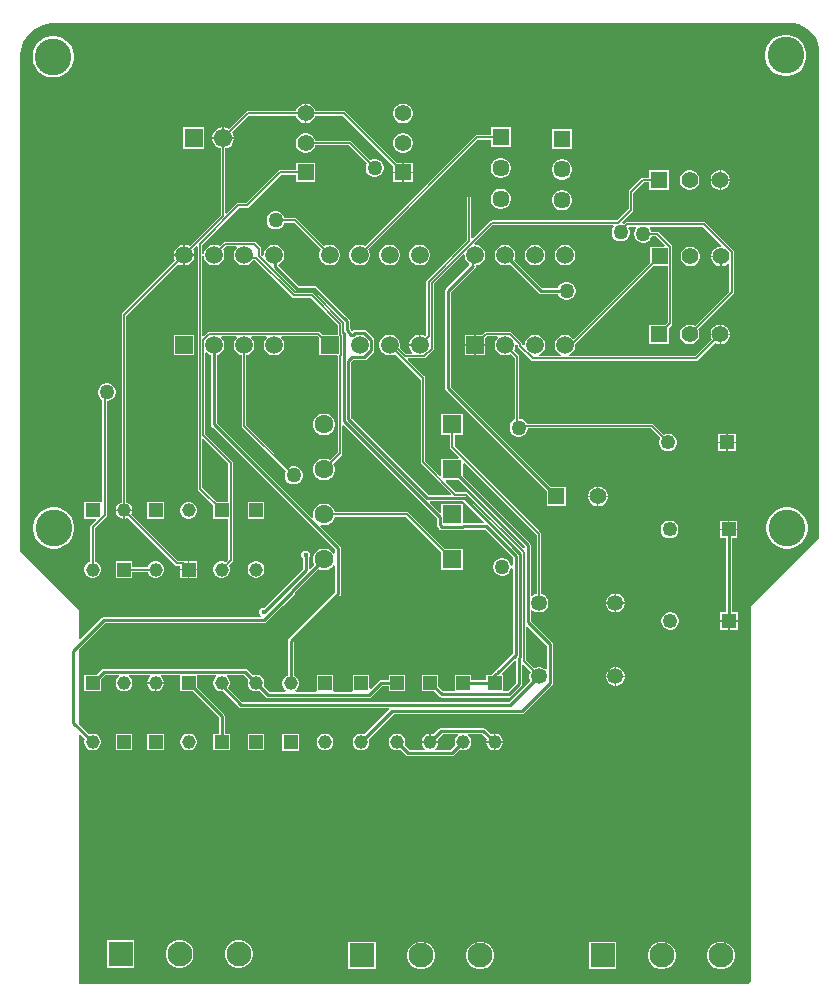
<source format=gbl>
G04*
G04 #@! TF.GenerationSoftware,Altium Limited,Altium Designer,22.1.2 (22)*
G04*
G04 Layer_Physical_Order=2*
G04 Layer_Color=16711680*
%FSLAX25Y25*%
%MOIN*%
G70*
G04*
G04 #@! TF.SameCoordinates,46FB2184-AB63-4EF3-BAF8-E11F062B861E*
G04*
G04*
G04 #@! TF.FilePolarity,Positive*
G04*
G01*
G75*
%ADD14C,0.01000*%
%ADD17R,0.04528X0.04528*%
%ADD18C,0.04528*%
%ADD21C,0.05709*%
%ADD22R,0.05709X0.05709*%
%ADD24C,0.06299*%
%ADD25R,0.06299X0.06299*%
%ADD30C,0.06102*%
%ADD31R,0.06102X0.06102*%
%ADD33C,0.05512*%
%ADD34R,0.05512X0.05512*%
%ADD38C,0.00500*%
%ADD39C,0.05906*%
%ADD40R,0.05906X0.05906*%
%ADD41R,0.05512X0.05512*%
%ADD42R,0.04921X0.04921*%
%ADD43C,0.04921*%
%ADD44R,0.08268X0.08268*%
%ADD45C,0.08268*%
%ADD46C,0.05315*%
%ADD47C,0.01500*%
%ADD48C,0.05000*%
%ADD49C,0.12205*%
G36*
X371053Y425837D02*
X372760Y425130D01*
X374296Y424103D01*
X375603Y422796D01*
X376630Y421260D01*
X377337Y419553D01*
X377697Y417741D01*
Y416817D01*
X377697Y280000D01*
Y254697D01*
X355000Y232000D01*
Y107000D01*
X354000Y106000D01*
X131000D01*
Y189062D01*
X131462Y189254D01*
X132949Y187767D01*
X132925Y187724D01*
X132736Y187021D01*
Y186294D01*
X132925Y185591D01*
X133288Y184960D01*
X133803Y184446D01*
X134433Y184082D01*
X135136Y183894D01*
X135864D01*
X136567Y184082D01*
X137197Y184446D01*
X137712Y184960D01*
X138075Y185591D01*
X138264Y186294D01*
Y187021D01*
X138075Y187724D01*
X137712Y188355D01*
X137197Y188869D01*
X136567Y189233D01*
X135864Y189421D01*
X135136D01*
X134433Y189233D01*
X134391Y189208D01*
X131000Y192599D01*
Y217558D01*
X139616Y226174D01*
X192500D01*
X192890Y226252D01*
X193221Y226473D01*
X197589Y230840D01*
X198854Y232106D01*
X202812Y236064D01*
X203033Y236394D01*
X203059Y236526D01*
X210833Y244301D01*
X211182Y244099D01*
X212110Y243850D01*
X213071D01*
X213999Y244099D01*
X214831Y244580D01*
X215511Y245259D01*
X215721Y245622D01*
X216221Y245488D01*
Y236575D01*
X210024Y230379D01*
X200779Y221134D01*
X200558Y220803D01*
X200480Y220413D01*
Y208773D01*
X200433Y208760D01*
X199803Y208397D01*
X199288Y207882D01*
X198925Y207252D01*
X198736Y206549D01*
Y205821D01*
X198925Y205118D01*
X199288Y204488D01*
X199803Y203974D01*
X199859Y203941D01*
X199725Y203441D01*
X194344D01*
X192551Y205233D01*
X192575Y205276D01*
X192764Y205979D01*
Y206706D01*
X192575Y207409D01*
X192212Y208039D01*
X191697Y208554D01*
X191067Y208918D01*
X190364Y209106D01*
X189636D01*
X188933Y208918D01*
X188891Y208893D01*
X186957Y210827D01*
X186626Y211048D01*
X186236Y211126D01*
X139264D01*
X138874Y211048D01*
X138543Y210827D01*
X136822Y209106D01*
X132736D01*
Y203579D01*
X138264D01*
Y207664D01*
X139686Y209087D01*
X144226D01*
X144360Y208587D01*
X144303Y208554D01*
X143788Y208039D01*
X143425Y207409D01*
X143236Y206706D01*
Y205979D01*
X143425Y205276D01*
X143788Y204645D01*
X144303Y204131D01*
X144933Y203767D01*
X145636Y203579D01*
X146364D01*
X147067Y203767D01*
X147697Y204131D01*
X148212Y204645D01*
X148575Y205276D01*
X148764Y205979D01*
Y206706D01*
X148575Y207409D01*
X148212Y208039D01*
X147697Y208554D01*
X147641Y208587D01*
X147775Y209087D01*
X154726D01*
X154859Y208587D01*
X154803Y208554D01*
X154288Y208039D01*
X153925Y207409D01*
X153736Y206706D01*
Y206592D01*
X156500D01*
X159264D01*
Y206706D01*
X159075Y207409D01*
X158712Y208039D01*
X158197Y208554D01*
X158141Y208587D01*
X158274Y209087D01*
X164736D01*
Y203579D01*
X168822D01*
X177480Y194920D01*
Y189421D01*
X175736D01*
Y183894D01*
X181264D01*
Y189421D01*
X179520D01*
Y195343D01*
X179442Y195733D01*
X179221Y196063D01*
X170264Y205021D01*
Y209087D01*
X176725D01*
X176859Y208587D01*
X176803Y208554D01*
X176288Y208039D01*
X175925Y207409D01*
X175736Y206706D01*
Y205979D01*
X175925Y205276D01*
X176288Y204645D01*
X176803Y204131D01*
X177433Y203767D01*
X178136Y203579D01*
X178864D01*
X178955Y203603D01*
X184279Y198279D01*
X184610Y198058D01*
X185000Y197980D01*
X234174D01*
X234381Y197480D01*
X226109Y189208D01*
X226067Y189233D01*
X225364Y189421D01*
X224636D01*
X223933Y189233D01*
X223303Y188869D01*
X222788Y188355D01*
X222425Y187724D01*
X222236Y187021D01*
Y186294D01*
X222425Y185591D01*
X222788Y184960D01*
X223303Y184446D01*
X223933Y184082D01*
X224636Y183894D01*
X225364D01*
X226067Y184082D01*
X226697Y184446D01*
X227212Y184960D01*
X227575Y185591D01*
X227764Y186294D01*
Y187021D01*
X227575Y187724D01*
X227551Y187767D01*
X235820Y196036D01*
X278679D01*
X279069Y196113D01*
X279400Y196334D01*
X288622Y205557D01*
X288844Y205888D01*
X288921Y206278D01*
Y219170D01*
X288844Y219560D01*
X288622Y219891D01*
X281520Y226994D01*
Y230552D01*
X282020Y230759D01*
X282305Y230473D01*
X283025Y230058D01*
X283828Y229842D01*
X284660D01*
X285463Y230058D01*
X286183Y230473D01*
X286588Y230879D01*
X286771Y231061D01*
X287186Y231781D01*
X287402Y232584D01*
Y232896D01*
D01*
Y233416D01*
X287186Y234219D01*
X286771Y234939D01*
X286183Y235527D01*
X285463Y235942D01*
X285009Y236064D01*
Y256025D01*
X284951Y256318D01*
X284785Y256566D01*
X256174Y285177D01*
Y288850D01*
X259059D01*
Y296150D01*
X251760D01*
Y288850D01*
X254645D01*
Y284860D01*
X254703Y284567D01*
X254869Y284319D01*
X257576Y281611D01*
X257385Y281150D01*
X251760D01*
Y275524D01*
X251298Y275333D01*
X246472Y280159D01*
Y307957D01*
X246414Y308250D01*
X246248Y308498D01*
X246000Y308664D01*
X245898Y308684D01*
X240511Y314071D01*
X240702Y314532D01*
X246034D01*
X246326Y314591D01*
X246574Y314756D01*
X249041Y317223D01*
X249207Y317471D01*
X249265Y317764D01*
Y339420D01*
X259047Y349202D01*
X259547Y348995D01*
Y348545D01*
X259783Y347667D01*
X260237Y346880D01*
X260880Y346237D01*
X261050Y346139D01*
X261115Y345643D01*
X253279Y337807D01*
X253058Y337476D01*
X252980Y337086D01*
Y304610D01*
X253058Y304220D01*
X253279Y303889D01*
X286854Y270314D01*
Y265244D01*
X293366D01*
Y271756D01*
X288296D01*
X255020Y305033D01*
Y336664D01*
X262932Y344576D01*
X263153Y344907D01*
X263231Y345297D01*
X263436Y345547D01*
X263455D01*
X264333Y345782D01*
X265120Y346237D01*
X265763Y346880D01*
X266217Y347667D01*
X266453Y348545D01*
Y349455D01*
X266217Y350333D01*
X265763Y351120D01*
X265120Y351763D01*
X264333Y352218D01*
X263455Y352453D01*
X263005D01*
X262798Y352953D01*
X268830Y358985D01*
X309036D01*
X309243Y358485D01*
X309099Y358342D01*
X308704Y357658D01*
X308500Y356895D01*
Y356105D01*
X308704Y355342D01*
X309099Y354658D01*
X309658Y354099D01*
X310342Y353704D01*
X311105Y353500D01*
X311895D01*
X312658Y353704D01*
X313342Y354099D01*
X313901Y354658D01*
X314296Y355342D01*
X314500Y356105D01*
Y356895D01*
X314296Y357658D01*
X314107Y357985D01*
X314395Y358485D01*
X316536D01*
X316743Y357985D01*
X316599Y357842D01*
X316204Y357158D01*
X316000Y356395D01*
Y355605D01*
X316204Y354842D01*
X316599Y354158D01*
X317158Y353599D01*
X317842Y353204D01*
X318605Y353000D01*
X319395D01*
X320158Y353204D01*
X320842Y353599D01*
X321401Y354158D01*
X321796Y354842D01*
X321901Y355235D01*
X323283D01*
X326301Y352218D01*
X326109Y351756D01*
X321272D01*
Y346325D01*
X296031Y321085D01*
X295763Y321120D01*
X295120Y321763D01*
X294333Y322217D01*
X293455Y322453D01*
X292545D01*
X291667Y322217D01*
X290880Y321763D01*
X290237Y321120D01*
X289783Y320333D01*
X289547Y319455D01*
Y318545D01*
X289783Y317667D01*
X290237Y316880D01*
X290880Y316237D01*
X291667Y315782D01*
X291734Y315765D01*
X291668Y315265D01*
X284332D01*
X284266Y315765D01*
X284333Y315782D01*
X285120Y316237D01*
X285763Y316880D01*
X286217Y317667D01*
X286453Y318545D01*
Y319455D01*
X286217Y320333D01*
X285763Y321120D01*
X285120Y321763D01*
X284333Y322217D01*
X283455Y322453D01*
X282545D01*
X281667Y322217D01*
X280880Y321763D01*
X280237Y321120D01*
X279783Y320333D01*
X279547Y319455D01*
Y319117D01*
X279085Y318914D01*
X278765Y319168D01*
Y319236D01*
X278707Y319529D01*
X278541Y319777D01*
X275074Y323243D01*
X274826Y323409D01*
X274534Y323467D01*
X266703D01*
X266410Y323409D01*
X266162Y323243D01*
X265371Y322453D01*
X263250D01*
Y319250D01*
X266453D01*
Y321371D01*
X267020Y321938D01*
X270348D01*
X270555Y321438D01*
X270237Y321120D01*
X269782Y320333D01*
X269547Y319455D01*
Y318545D01*
X269782Y317667D01*
X270237Y316880D01*
X270880Y316237D01*
X271667Y315782D01*
X272545Y315547D01*
X273455D01*
X274333Y315782D01*
X274842Y316077D01*
X276235Y314683D01*
Y294206D01*
X275676Y293883D01*
X275117Y293324D01*
X274722Y292640D01*
X274518Y291877D01*
Y291087D01*
X274722Y290324D01*
X275117Y289640D01*
X275676Y289082D01*
X276360Y288687D01*
X277123Y288482D01*
X277913D01*
X278676Y288687D01*
X279360Y289082D01*
X279918Y289640D01*
X280313Y290324D01*
X280518Y291087D01*
Y291235D01*
X321498D01*
X324752Y287982D01*
X324556Y287643D01*
X324354Y286890D01*
Y286110D01*
X324556Y285357D01*
X324946Y284682D01*
X325497Y284131D01*
X326172Y283741D01*
X326925Y283539D01*
X327705D01*
X328458Y283741D01*
X329133Y284131D01*
X329684Y284682D01*
X330074Y285357D01*
X330276Y286110D01*
Y286890D01*
X330074Y287643D01*
X329684Y288318D01*
X329133Y288869D01*
X328458Y289259D01*
X327705Y289461D01*
X326925D01*
X326172Y289259D01*
X325833Y289063D01*
X322356Y292541D01*
X322108Y292706D01*
X321815Y292765D01*
X280241D01*
X279918Y293324D01*
X279360Y293883D01*
X278676Y294278D01*
X277913Y294482D01*
X277765D01*
Y315000D01*
X277707Y315293D01*
X277541Y315541D01*
X277541Y315541D01*
X275923Y317158D01*
X276218Y317667D01*
X276453Y318545D01*
Y318883D01*
X276915Y319086D01*
X277235Y318832D01*
Y318763D01*
X277293Y318471D01*
X277459Y318223D01*
X281723Y313959D01*
X281971Y313793D01*
X282263Y313735D01*
X336736D01*
X337029Y313793D01*
X337277Y313959D01*
X343038Y319721D01*
X343479Y319466D01*
X344308Y319244D01*
X344486D01*
Y322250D01*
X341480D01*
Y322071D01*
X341702Y321243D01*
X341957Y320802D01*
X336420Y315265D01*
X294332D01*
X294266Y315765D01*
X294333Y315782D01*
X295120Y316237D01*
X295763Y316880D01*
X296217Y317667D01*
X296453Y318545D01*
Y319393D01*
X296603Y319494D01*
X322353Y345244D01*
X327269D01*
Y326586D01*
X326438Y325756D01*
X321008D01*
Y319244D01*
X327520D01*
Y324675D01*
X328574Y325729D01*
X328740Y325977D01*
X328798Y326270D01*
X328798Y326270D01*
Y351567D01*
X328798Y351567D01*
X328740Y351859D01*
X328574Y352107D01*
X324141Y356541D01*
X323893Y356707D01*
X323600Y356765D01*
X321901D01*
X321796Y357158D01*
X321401Y357842D01*
X321257Y357985D01*
X321464Y358485D01*
X338891D01*
X345121Y352256D01*
X344914Y351756D01*
X344571D01*
X343743Y351534D01*
X343001Y351105D01*
X342395Y350499D01*
X341966Y349757D01*
X341744Y348929D01*
Y348750D01*
X345000D01*
Y348500D01*
X345250D01*
Y345244D01*
X345429D01*
X346257Y345466D01*
X346999Y345895D01*
X347241Y346137D01*
X347741Y345930D01*
Y336823D01*
X336198Y325279D01*
X335757Y325534D01*
X334929Y325756D01*
X334071D01*
X333243Y325534D01*
X332501Y325105D01*
X331895Y324499D01*
X331466Y323757D01*
X331244Y322929D01*
Y322071D01*
X331466Y321243D01*
X331895Y320501D01*
X332501Y319895D01*
X333243Y319466D01*
X334071Y319244D01*
X334929D01*
X335757Y319466D01*
X336499Y319895D01*
X337105Y320501D01*
X337534Y321243D01*
X337756Y322071D01*
Y322929D01*
X337534Y323757D01*
X337279Y324198D01*
X349047Y335965D01*
X349212Y336213D01*
X349271Y336506D01*
X349271Y336506D01*
Y349952D01*
X349212Y350245D01*
X349047Y350493D01*
X339749Y359791D01*
X339501Y359957D01*
X339208Y360015D01*
X313700D01*
X313407Y359957D01*
X313159Y359791D01*
X313159Y359791D01*
X312662Y359293D01*
X312658Y359296D01*
X312205Y359417D01*
X312056Y359975D01*
X315541Y363459D01*
X315706Y363707D01*
X315765Y364000D01*
X315765Y364000D01*
Y369683D01*
X319317Y373235D01*
X321008D01*
Y370744D01*
X327520D01*
Y377256D01*
X321008D01*
Y374765D01*
X319000D01*
X318707Y374707D01*
X318459Y374541D01*
X318459Y374541D01*
X314459Y370541D01*
X314294Y370293D01*
X314235Y370000D01*
Y364317D01*
X310433Y360515D01*
X268514D01*
X268513Y360515D01*
X268221Y360456D01*
X267973Y360291D01*
X262227Y354545D01*
X261765Y354736D01*
Y370500D01*
X261706Y370793D01*
X261541Y371041D01*
X261293Y371206D01*
X261000Y371265D01*
X260707Y371206D01*
X260459Y371041D01*
X260294Y370793D01*
X260235Y370500D01*
Y353967D01*
X246960Y340692D01*
X246794Y340444D01*
X246736Y340151D01*
Y322317D01*
X246342Y321923D01*
X245833Y322217D01*
X244955Y322453D01*
X244750D01*
Y319000D01*
X244500D01*
Y318750D01*
X241047D01*
Y318545D01*
X241283Y317667D01*
X241737Y316880D01*
X242055Y316562D01*
X241848Y316062D01*
X239934D01*
X237846Y318149D01*
X237953Y318545D01*
Y319455D01*
X237718Y320333D01*
X237263Y321120D01*
X236620Y321763D01*
X235833Y322217D01*
X234955Y322453D01*
X234045D01*
X233167Y322217D01*
X232380Y321763D01*
X231737Y321120D01*
X231282Y320333D01*
X231047Y319455D01*
Y318545D01*
X231282Y317667D01*
X231737Y316880D01*
X232380Y316237D01*
X233167Y315782D01*
X234045Y315547D01*
X234955D01*
X235833Y315782D01*
X236342Y316077D01*
X244942Y307476D01*
Y279842D01*
X245001Y279550D01*
X245166Y279302D01*
X255087Y269381D01*
X254896Y268919D01*
X247523D01*
X221722Y294720D01*
Y313280D01*
X222124Y313682D01*
X222242Y313859D01*
X222411Y314028D01*
X226137D01*
X226528Y314105D01*
X226858Y314326D01*
X229174Y316642D01*
X229395Y316972D01*
X229472Y317363D01*
Y320637D01*
X229395Y321027D01*
X229174Y321358D01*
X226858Y323674D01*
X226528Y323895D01*
X226137Y323972D01*
X222863D01*
X222473Y323895D01*
X222395Y323843D01*
X221989Y323802D01*
X221758Y323997D01*
X221674Y324124D01*
X221270Y324528D01*
Y326932D01*
X221192Y327322D01*
X220971Y327653D01*
X210153Y338471D01*
X209822Y338692D01*
X209432Y338770D01*
X204026D01*
X197481Y345314D01*
X197467Y345360D01*
X197569Y345919D01*
X198120Y346237D01*
X198763Y346880D01*
X199217Y347667D01*
X199453Y348545D01*
Y349455D01*
X199217Y350333D01*
X198763Y351120D01*
X198120Y351763D01*
X197333Y352218D01*
X196455Y352453D01*
X195545D01*
X194667Y352218D01*
X193880Y351763D01*
X193237Y351120D01*
X192782Y350333D01*
X192547Y349455D01*
Y348940D01*
X192085Y348737D01*
X191765Y348991D01*
Y351000D01*
X191765Y351000D01*
X191707Y351293D01*
X191541Y351541D01*
X191541Y351541D01*
X189838Y353243D01*
X189590Y353409D01*
X189297Y353467D01*
X179703D01*
X179410Y353409D01*
X179162Y353243D01*
X177842Y351923D01*
X177333Y352218D01*
X176455Y352453D01*
X175545D01*
X174667Y352218D01*
X173880Y351763D01*
X173237Y351120D01*
X172783Y350333D01*
X172547Y349455D01*
X172062Y349490D01*
Y352481D01*
X184317Y364735D01*
X187000D01*
X187293Y364793D01*
X187541Y364959D01*
X198317Y375735D01*
X203244D01*
Y373244D01*
X209756D01*
Y379756D01*
X203244D01*
Y377265D01*
X198000D01*
X197707Y377206D01*
X197459Y377041D01*
X186683Y366265D01*
X184000D01*
X184000Y366265D01*
X183707Y366207D01*
X183459Y366041D01*
X183459Y366041D01*
X180227Y362808D01*
X179765Y362999D01*
Y384528D01*
X180371Y384691D01*
X181181Y385158D01*
X181842Y385820D01*
X182309Y386629D01*
X182551Y387532D01*
Y387750D01*
X175449D01*
Y387532D01*
X175691Y386629D01*
X176158Y385820D01*
X176820Y385158D01*
X177629Y384691D01*
X178235Y384528D01*
Y362317D01*
X167842Y351923D01*
X167333Y352218D01*
X166455Y352453D01*
X166250D01*
Y349250D01*
X169453D01*
Y349455D01*
X169218Y350333D01*
X168923Y350842D01*
X170071Y351989D01*
X170533Y351798D01*
Y271045D01*
X170591Y270753D01*
X170756Y270505D01*
X175736Y265525D01*
Y261079D01*
X180749D01*
Y247488D01*
X179838Y246576D01*
X179567Y246733D01*
X178864Y246921D01*
X178136D01*
X177433Y246733D01*
X176803Y246369D01*
X176288Y245854D01*
X175925Y245224D01*
X175736Y244521D01*
Y243794D01*
X175925Y243091D01*
X176288Y242460D01*
X176803Y241946D01*
X177433Y241582D01*
X178136Y241394D01*
X178864D01*
X179567Y241582D01*
X180197Y241946D01*
X180712Y242460D01*
X181075Y243091D01*
X181264Y243794D01*
Y244521D01*
X181075Y245224D01*
X180919Y245495D01*
X182054Y246631D01*
X182220Y246879D01*
X182279Y247171D01*
Y279789D01*
X182279Y279789D01*
X182220Y280082D01*
X182054Y280330D01*
X182054Y280330D01*
X173062Y289322D01*
Y316348D01*
X173562Y316555D01*
X173880Y316237D01*
X174667Y315782D01*
X174980Y315699D01*
Y292515D01*
X175058Y292125D01*
X175279Y291794D01*
X216221Y250852D01*
Y249512D01*
X215721Y249378D01*
X215511Y249741D01*
X214831Y250420D01*
X213999Y250901D01*
X213071Y251150D01*
X212110D01*
X211182Y250901D01*
X210350Y250420D01*
X209670Y249741D01*
X209190Y248909D01*
X208941Y247980D01*
Y247020D01*
X209190Y246091D01*
X209391Y245743D01*
X208020Y244371D01*
X207520Y244578D01*
Y247920D01*
X207758Y248159D01*
X207984Y248705D01*
Y249295D01*
X207758Y249841D01*
X207341Y250258D01*
X206795Y250484D01*
X206205D01*
X205659Y250258D01*
X205242Y249841D01*
X205016Y249295D01*
Y248705D01*
X205242Y248159D01*
X205480Y247920D01*
Y244422D01*
X192542Y231484D01*
X192205D01*
X192155Y231464D01*
D01*
X191659Y231258D01*
X191242Y230841D01*
X191016Y230295D01*
Y229705D01*
X191242Y229159D01*
X191659Y228742D01*
X191728Y228713D01*
X191628Y228213D01*
X139194D01*
X138804Y228136D01*
X138473Y227915D01*
X131462Y220904D01*
X131000Y221095D01*
Y230757D01*
X111303Y250454D01*
Y415101D01*
Y415828D01*
X111493Y417270D01*
X111869Y418675D01*
X112426Y420019D01*
X113153Y421279D01*
X114039Y422433D01*
X115067Y423461D01*
X116221Y424347D01*
X117481Y425074D01*
X118825Y425631D01*
X120229Y426007D01*
X121672Y426197D01*
X369241D01*
X371053Y425837D01*
D02*
G37*
G36*
X183555Y351438D02*
X183237Y351120D01*
X182782Y350333D01*
X182547Y349455D01*
Y348545D01*
X182782Y347667D01*
X183237Y346880D01*
X183880Y346237D01*
X184667Y345782D01*
X185545Y345547D01*
X186455D01*
X187333Y345782D01*
X188120Y346237D01*
X188763Y346880D01*
X188968Y347235D01*
X189683D01*
X201959Y334959D01*
X202207Y334793D01*
X202500Y334735D01*
X208183D01*
X217235Y325683D01*
Y322466D01*
X217224Y322453D01*
X212129D01*
X211338Y323243D01*
X211090Y323409D01*
X210797Y323467D01*
X174466D01*
X174174Y323409D01*
X173925Y323243D01*
X172524Y321842D01*
X172062Y322033D01*
Y348510D01*
X172547Y348545D01*
X172783Y347667D01*
X173237Y346880D01*
X173880Y346237D01*
X174667Y345782D01*
X175545Y345547D01*
X176455D01*
X177333Y345782D01*
X178120Y346237D01*
X178763Y346880D01*
X179218Y347667D01*
X179453Y348545D01*
Y349455D01*
X179218Y350333D01*
X178923Y350842D01*
X180019Y351938D01*
X183348D01*
X183555Y351438D01*
D02*
G37*
G36*
X211047Y321371D02*
Y315547D01*
X217138D01*
X217188Y315487D01*
Y283179D01*
X214577Y280568D01*
X213999Y280901D01*
X213071Y281150D01*
X212110D01*
X211182Y280901D01*
X210350Y280420D01*
X209670Y279741D01*
X209190Y278909D01*
X208941Y277980D01*
Y277020D01*
X209190Y276091D01*
X209670Y275259D01*
X210350Y274580D01*
X211182Y274099D01*
X212110Y273850D01*
X213071D01*
X213999Y274099D01*
X214831Y274580D01*
X215511Y275259D01*
X215991Y276091D01*
X216240Y277020D01*
Y277980D01*
X215991Y278909D01*
X215658Y279486D01*
X218494Y282322D01*
X218659Y282570D01*
X218718Y282862D01*
Y292066D01*
X219179Y292257D01*
X250240Y261196D01*
Y258936D01*
X250318Y258546D01*
X250539Y258215D01*
X251125Y257629D01*
X251455Y257408D01*
X251846Y257331D01*
X258973D01*
X259364Y257408D01*
X259471Y257480D01*
X266347D01*
X275480Y248347D01*
Y245534D01*
X274980Y245468D01*
X274796Y246158D01*
X274401Y246842D01*
X273842Y247401D01*
X273158Y247796D01*
X272395Y248000D01*
X271605D01*
X270842Y247796D01*
X270158Y247401D01*
X269599Y246842D01*
X269204Y246158D01*
X269000Y245395D01*
Y244605D01*
X269204Y243842D01*
X269599Y243158D01*
X270158Y242599D01*
X270842Y242204D01*
X271605Y242000D01*
X272395D01*
X273158Y242204D01*
X273842Y242599D01*
X274401Y243158D01*
X274796Y243842D01*
X274980Y244532D01*
X275480Y244466D01*
Y230379D01*
Y216008D01*
X269693Y210221D01*
X269685Y210209D01*
X269599Y210192D01*
X269268Y209971D01*
X268403Y209106D01*
X266736D01*
Y207362D01*
X261764D01*
Y209106D01*
X256236D01*
Y203579D01*
X255761Y203520D01*
X252265D01*
X250764Y205021D01*
Y209106D01*
X245236D01*
Y203579D01*
X249322D01*
X251122Y201779D01*
X251452Y201558D01*
X251842Y201480D01*
X268939D01*
X268948Y201482D01*
X274248D01*
X274639Y201560D01*
X274969Y201781D01*
X275796Y202608D01*
X275796Y202608D01*
X278471Y205282D01*
X278692Y205613D01*
X278770Y206003D01*
Y212240D01*
X279232Y212431D01*
X281537Y210126D01*
X281302Y209719D01*
X281087Y208916D01*
Y208084D01*
X281302Y207281D01*
X281405Y207103D01*
X274322Y200020D01*
X185422D01*
X180743Y204699D01*
X181075Y205276D01*
X181264Y205979D01*
Y206706D01*
X181075Y207409D01*
X180712Y208039D01*
X180197Y208554D01*
X180140Y208587D01*
X180274Y209087D01*
X185814D01*
X187449Y207452D01*
X187425Y207409D01*
X187236Y206706D01*
Y205979D01*
X187425Y205276D01*
X187788Y204645D01*
X188303Y204131D01*
X188933Y203767D01*
X189636Y203579D01*
X190364D01*
X191067Y203767D01*
X191109Y203791D01*
X193200Y201700D01*
X193531Y201479D01*
X193921Y201402D01*
X227728D01*
X228118Y201479D01*
X228449Y201700D01*
X232071Y205323D01*
X234236D01*
Y203579D01*
X239764D01*
Y209106D01*
X234236D01*
Y207362D01*
X231649D01*
X231259Y207284D01*
X230928Y207064D01*
X228226Y204361D01*
X227764Y204553D01*
Y209106D01*
X222236D01*
Y203579D01*
X221793Y203441D01*
X216207D01*
X215764Y203579D01*
X215764Y203941D01*
Y209106D01*
X210236D01*
X210236Y203579D01*
X209793Y203441D01*
X203274D01*
X203140Y203941D01*
X203197Y203974D01*
X203712Y204488D01*
X204075Y205118D01*
X204264Y205821D01*
Y206549D01*
X204075Y207252D01*
X203712Y207882D01*
X203197Y208397D01*
X202567Y208760D01*
X202520Y208773D01*
Y219990D01*
X213370Y230840D01*
X214777Y232248D01*
D01*
X217961Y235432D01*
X218182Y235763D01*
X218260Y236153D01*
Y251275D01*
X218182Y251665D01*
X217961Y251996D01*
X211446Y258511D01*
X211705Y258959D01*
X212110Y258850D01*
X213071D01*
X213999Y259099D01*
X214831Y259580D01*
X215511Y260259D01*
X215991Y261091D01*
X216164Y261735D01*
X240093D01*
X251760Y250068D01*
Y243850D01*
X259059D01*
Y251150D01*
X252841D01*
X240950Y263041D01*
X240702Y263207D01*
X240409Y263265D01*
X216164D01*
X215991Y263909D01*
X215511Y264741D01*
X214831Y265420D01*
X213999Y265901D01*
X213071Y266150D01*
X212110D01*
X211182Y265901D01*
X210350Y265420D01*
X209670Y264741D01*
X209190Y263909D01*
X208941Y262981D01*
Y262019D01*
X209049Y261615D01*
X208601Y261356D01*
X177020Y292937D01*
Y315699D01*
X177333Y315782D01*
X178120Y316237D01*
X178763Y316880D01*
X179218Y317667D01*
X179453Y318545D01*
Y319455D01*
X179218Y320333D01*
X178763Y321120D01*
X178445Y321438D01*
X178652Y321938D01*
X183348D01*
X183555Y321438D01*
X183237Y321120D01*
X182782Y320333D01*
X182547Y319455D01*
Y318545D01*
X182782Y317667D01*
X183237Y316880D01*
X183880Y316237D01*
X184667Y315782D01*
X185235Y315630D01*
Y292000D01*
X185293Y291707D01*
X185459Y291459D01*
X199908Y277011D01*
X199704Y276658D01*
X199500Y275895D01*
Y275105D01*
X199704Y274342D01*
X200099Y273658D01*
X200658Y273099D01*
X201342Y272704D01*
X202105Y272500D01*
X202895D01*
X203658Y272704D01*
X204342Y273099D01*
X204901Y273658D01*
X205296Y274342D01*
X205500Y275105D01*
Y275895D01*
X205296Y276658D01*
X204901Y277342D01*
X204342Y277901D01*
X203658Y278296D01*
X202895Y278500D01*
X202105D01*
X201342Y278296D01*
X200989Y278092D01*
X186765Y292317D01*
Y315630D01*
X187333Y315782D01*
X188120Y316237D01*
X188763Y316880D01*
X189217Y317667D01*
X189453Y318545D01*
Y319455D01*
X189217Y320333D01*
X188763Y321120D01*
X188445Y321438D01*
X188652Y321938D01*
X193348D01*
X193555Y321438D01*
X193237Y321120D01*
X192782Y320333D01*
X192547Y319455D01*
Y318545D01*
X192782Y317667D01*
X193237Y316880D01*
X193880Y316237D01*
X194667Y315782D01*
X195545Y315547D01*
X196455D01*
X197333Y315782D01*
X198120Y316237D01*
X198763Y316880D01*
X199217Y317667D01*
X199453Y318545D01*
Y319455D01*
X199217Y320333D01*
X198763Y321120D01*
X198445Y321438D01*
X198652Y321938D01*
X210480D01*
X211047Y321371D01*
D02*
G37*
G36*
X180749Y279472D02*
Y266606D01*
X176818D01*
X172062Y271362D01*
Y287506D01*
X172524Y287698D01*
X180749Y279472D01*
D02*
G37*
G36*
X265967Y259981D02*
X265776Y259520D01*
X259123D01*
X259059Y259572D01*
Y266150D01*
X251760D01*
Y263214D01*
X251298Y263023D01*
X247902Y266418D01*
X248094Y266880D01*
X259069D01*
X265967Y259981D01*
D02*
G37*
G36*
X279480Y251987D02*
Y251413D01*
X279018Y251221D01*
X260549Y269690D01*
X260301Y269856D01*
X260009Y269914D01*
X256717D01*
X253242Y273389D01*
X253434Y273850D01*
X257617D01*
X279480Y251987D01*
D02*
G37*
G36*
X283479Y255709D02*
Y236064D01*
X283025Y235942D01*
X282305Y235527D01*
X282020Y235241D01*
X281520Y235448D01*
Y252410D01*
X281442Y252800D01*
X281221Y253130D01*
X259059Y275292D01*
Y279476D01*
X259521Y279667D01*
X283479Y255709D01*
D02*
G37*
G36*
X286882Y218748D02*
Y211035D01*
X286382Y210827D01*
X286183Y211027D01*
X285463Y211442D01*
X284660Y211658D01*
X283828D01*
X283025Y211442D01*
X282618Y211207D01*
X280015Y213811D01*
Y224962D01*
X280477Y225153D01*
X286882Y218748D01*
D02*
G37*
G36*
X276730Y213721D02*
Y206426D01*
X274354Y204050D01*
X274354Y204050D01*
X273826Y203521D01*
X272740D01*
X272264Y203579D01*
Y209106D01*
X272116D01*
X271924Y209568D01*
X276269Y213912D01*
X276730Y213721D01*
D02*
G37*
%LPC*%
G36*
X367179Y422390D02*
X365821D01*
X364490Y422125D01*
X363236Y421606D01*
X362108Y420852D01*
X361148Y419892D01*
X360394Y418763D01*
X359875Y417510D01*
X359610Y416179D01*
Y414821D01*
X359875Y413490D01*
X360394Y412236D01*
X361148Y411108D01*
X362108Y410148D01*
X363236Y409394D01*
X364490Y408875D01*
X365821Y408610D01*
X367179D01*
X368510Y408875D01*
X369763Y409394D01*
X370892Y410148D01*
X371852Y411108D01*
X372606Y412236D01*
X373125Y413490D01*
X373390Y414821D01*
Y416179D01*
X373125Y417510D01*
X372606Y418763D01*
X371852Y419892D01*
X370892Y420852D01*
X369763Y421606D01*
X368510Y422125D01*
X367179Y422390D01*
D02*
G37*
G36*
X123078Y421991D02*
X121720D01*
X120389Y421726D01*
X119135Y421207D01*
X118007Y420453D01*
X117047Y419493D01*
X116293Y418364D01*
X115774Y417111D01*
X115509Y415780D01*
Y414422D01*
X115774Y413091D01*
X116293Y411837D01*
X117047Y410709D01*
X118007Y409749D01*
X119135Y408995D01*
X120389Y408476D01*
X121720Y408211D01*
X123078D01*
X124409Y408476D01*
X125663Y408995D01*
X126791Y409749D01*
X127751Y410709D01*
X128505Y411837D01*
X129024Y413091D01*
X129289Y414422D01*
Y415780D01*
X129024Y417111D01*
X128505Y418364D01*
X127751Y419493D01*
X126791Y420453D01*
X125663Y421207D01*
X124409Y421726D01*
X123078Y421991D01*
D02*
G37*
G36*
X239429Y399441D02*
X238571D01*
X237743Y399219D01*
X237001Y398790D01*
X236395Y398184D01*
X235966Y397442D01*
X235744Y396614D01*
Y395756D01*
X235966Y394928D01*
X236395Y394186D01*
X237001Y393580D01*
X237743Y393151D01*
X238571Y392929D01*
X239429D01*
X240257Y393151D01*
X240999Y393580D01*
X241605Y394186D01*
X242034Y394928D01*
X242256Y395756D01*
Y396614D01*
X242034Y397442D01*
X241605Y398184D01*
X240999Y398790D01*
X240257Y399219D01*
X239429Y399441D01*
D02*
G37*
G36*
X206250D02*
X206071D01*
X205243Y399219D01*
X204501Y398790D01*
X203895Y398184D01*
X203466Y397442D01*
X203334Y396950D01*
X187185D01*
X186892Y396891D01*
X186644Y396726D01*
X186644Y396726D01*
X180914Y390996D01*
X180371Y391309D01*
X179467Y391551D01*
X179250D01*
Y388250D01*
X182551D01*
Y388468D01*
X182309Y389371D01*
X181995Y389914D01*
X187502Y395420D01*
X203334D01*
X203466Y394928D01*
X203895Y394186D01*
X204501Y393580D01*
X205243Y393151D01*
X206071Y392929D01*
X206250D01*
Y396185D01*
Y399441D01*
D02*
G37*
G36*
X178750Y391551D02*
X178533D01*
X177629Y391309D01*
X176820Y390842D01*
X176158Y390180D01*
X175691Y389371D01*
X175449Y388468D01*
Y388250D01*
X178750D01*
Y391551D01*
D02*
G37*
G36*
X274858Y391590D02*
X268150D01*
Y389001D01*
X263736D01*
X263444Y388943D01*
X263195Y388777D01*
X263195Y388777D01*
X226342Y351923D01*
X225833Y352218D01*
X224955Y352453D01*
X224045D01*
X223167Y352218D01*
X222380Y351763D01*
X221737Y351120D01*
X221283Y350333D01*
X221047Y349455D01*
Y348545D01*
X221283Y347667D01*
X221737Y346880D01*
X222380Y346237D01*
X223167Y345782D01*
X224045Y345547D01*
X224955D01*
X225833Y345782D01*
X226620Y346237D01*
X227263Y346880D01*
X227717Y347667D01*
X227953Y348545D01*
Y349455D01*
X227717Y350333D01*
X227423Y350842D01*
X264053Y387472D01*
X268150D01*
Y384882D01*
X274858D01*
Y391590D01*
D02*
G37*
G36*
X172709Y391551D02*
X165606D01*
Y384449D01*
X172709D01*
Y391551D01*
D02*
G37*
G36*
X295358Y391090D02*
X288650D01*
Y384382D01*
X295358D01*
Y391090D01*
D02*
G37*
G36*
X239429Y389598D02*
X238571D01*
X237743Y389376D01*
X237001Y388948D01*
X236395Y388342D01*
X235966Y387599D01*
X235744Y386771D01*
Y385914D01*
X235966Y385086D01*
X236395Y384343D01*
X237001Y383737D01*
X237743Y383309D01*
X238571Y383087D01*
X239429D01*
X240257Y383309D01*
X240999Y383737D01*
X241605Y384343D01*
X242034Y385086D01*
X242256Y385914D01*
Y386771D01*
X242034Y387599D01*
X241605Y388342D01*
X240999Y388948D01*
X240257Y389376D01*
X239429Y389598D01*
D02*
G37*
G36*
X242256Y379756D02*
X239250D01*
Y376750D01*
X242256D01*
Y379756D01*
D02*
G37*
G36*
X206929Y399441D02*
X206750D01*
Y396185D01*
Y392929D01*
X206929D01*
X207757Y393151D01*
X208499Y393580D01*
X209105Y394186D01*
X209534Y394928D01*
X209666Y395420D01*
X218998D01*
X235744Y378675D01*
Y376750D01*
X238750D01*
Y379756D01*
X236825D01*
X219856Y396726D01*
X219608Y396891D01*
X219315Y396950D01*
X209666D01*
X209534Y397442D01*
X209105Y398184D01*
X208499Y398790D01*
X207757Y399219D01*
X206929Y399441D01*
D02*
G37*
G36*
Y389598D02*
X206071D01*
X205243Y389376D01*
X204501Y388948D01*
X203895Y388342D01*
X203466Y387599D01*
X203244Y386771D01*
Y385914D01*
X203466Y385086D01*
X203895Y384343D01*
X204501Y383737D01*
X205243Y383309D01*
X206071Y383087D01*
X206929D01*
X207757Y383309D01*
X208499Y383737D01*
X209105Y384343D01*
X209534Y385086D01*
X209666Y385578D01*
X220841D01*
X226908Y379511D01*
X226704Y379158D01*
X226500Y378395D01*
Y377605D01*
X226704Y376842D01*
X227099Y376158D01*
X227658Y375599D01*
X228342Y375204D01*
X229105Y375000D01*
X229895D01*
X230658Y375204D01*
X231342Y375599D01*
X231901Y376158D01*
X232296Y376842D01*
X232500Y377605D01*
Y378395D01*
X232296Y379158D01*
X231901Y379842D01*
X231342Y380401D01*
X230658Y380796D01*
X229895Y381000D01*
X229105D01*
X228342Y380796D01*
X227989Y380592D01*
X221698Y386883D01*
X221450Y387049D01*
X221158Y387107D01*
X209666D01*
X209534Y387599D01*
X209105Y388342D01*
X208499Y388948D01*
X207757Y389376D01*
X206929Y389598D01*
D02*
G37*
G36*
X271946Y381354D02*
X271062D01*
X270209Y381126D01*
X269444Y380684D01*
X268820Y380060D01*
X268378Y379295D01*
X268150Y378442D01*
Y377558D01*
X268378Y376705D01*
X268820Y375940D01*
X269444Y375316D01*
X270209Y374874D01*
X271062Y374646D01*
X271946D01*
X272799Y374874D01*
X273564Y375316D01*
X274188Y375940D01*
X274630Y376705D01*
X274858Y377558D01*
Y378442D01*
X274630Y379295D01*
X274188Y380060D01*
X273564Y380684D01*
X272799Y381126D01*
X271946Y381354D01*
D02*
G37*
G36*
X345165Y377256D02*
X344986D01*
Y374250D01*
X347992D01*
Y374429D01*
X347770Y375257D01*
X347342Y375999D01*
X346735Y376605D01*
X345993Y377034D01*
X345165Y377256D01*
D02*
G37*
G36*
X344486D02*
X344308D01*
X343479Y377034D01*
X342737Y376605D01*
X342131Y375999D01*
X341702Y375257D01*
X341480Y374429D01*
Y374250D01*
X344486D01*
Y377256D01*
D02*
G37*
G36*
X292446Y380854D02*
X291562D01*
X290709Y380626D01*
X289944Y380184D01*
X289320Y379560D01*
X288878Y378795D01*
X288650Y377942D01*
Y377058D01*
X288878Y376205D01*
X289320Y375440D01*
X289944Y374816D01*
X290709Y374374D01*
X291562Y374146D01*
X292446D01*
X293299Y374374D01*
X294063Y374816D01*
X294688Y375440D01*
X295130Y376205D01*
X295358Y377058D01*
Y377942D01*
X295130Y378795D01*
X294688Y379560D01*
X294063Y380184D01*
X293299Y380626D01*
X292446Y380854D01*
D02*
G37*
G36*
X242256Y376250D02*
X239250D01*
Y373244D01*
X242256D01*
Y376250D01*
D02*
G37*
G36*
X238750D02*
X235744D01*
Y373244D01*
X238750D01*
Y376250D01*
D02*
G37*
G36*
X347992Y373750D02*
X344986D01*
Y370744D01*
X345165D01*
X345993Y370966D01*
X346735Y371395D01*
X347342Y372001D01*
X347770Y372743D01*
X347992Y373571D01*
Y373750D01*
D02*
G37*
G36*
X344486D02*
X341480D01*
Y373571D01*
X341702Y372743D01*
X342131Y372001D01*
X342737Y371395D01*
X343479Y370966D01*
X344308Y370744D01*
X344486D01*
Y373750D01*
D02*
G37*
G36*
X334929Y377256D02*
X334071D01*
X333243Y377034D01*
X332501Y376605D01*
X331895Y375999D01*
X331466Y375257D01*
X331244Y374429D01*
Y373571D01*
X331466Y372743D01*
X331895Y372001D01*
X332501Y371395D01*
X333243Y370966D01*
X334071Y370744D01*
X334929D01*
X335757Y370966D01*
X336499Y371395D01*
X337105Y372001D01*
X337534Y372743D01*
X337756Y373571D01*
Y374429D01*
X337534Y375257D01*
X337105Y375999D01*
X336499Y376605D01*
X335757Y377034D01*
X334929Y377256D01*
D02*
G37*
G36*
X271946Y371118D02*
X271062D01*
X270209Y370889D01*
X269444Y370448D01*
X268820Y369823D01*
X268378Y369058D01*
X268150Y368205D01*
Y367322D01*
X268378Y366469D01*
X268820Y365704D01*
X269444Y365080D01*
X270209Y364638D01*
X271062Y364409D01*
X271946D01*
X272799Y364638D01*
X273564Y365080D01*
X274188Y365704D01*
X274630Y366469D01*
X274858Y367322D01*
Y368205D01*
X274630Y369058D01*
X274188Y369823D01*
X273564Y370448D01*
X272799Y370889D01*
X271946Y371118D01*
D02*
G37*
G36*
X292446Y370618D02*
X291562D01*
X290709Y370390D01*
X289944Y369948D01*
X289320Y369323D01*
X288878Y368559D01*
X288650Y367705D01*
Y366822D01*
X288878Y365969D01*
X289320Y365204D01*
X289944Y364580D01*
X290709Y364138D01*
X291562Y363910D01*
X292446D01*
X293299Y364138D01*
X294063Y364580D01*
X294688Y365204D01*
X295130Y365969D01*
X295358Y366822D01*
Y367705D01*
X295130Y368559D01*
X294688Y369323D01*
X294063Y369948D01*
X293299Y370390D01*
X292446Y370618D01*
D02*
G37*
G36*
X165750Y352453D02*
X165545D01*
X164667Y352218D01*
X163880Y351763D01*
X163237Y351120D01*
X162783Y350333D01*
X162547Y349455D01*
Y349250D01*
X165750D01*
Y352453D01*
D02*
G37*
G36*
X293455D02*
X292545D01*
X291667Y352218D01*
X290880Y351763D01*
X290237Y351120D01*
X289783Y350333D01*
X289547Y349455D01*
Y348545D01*
X289783Y347667D01*
X290237Y346880D01*
X290880Y346237D01*
X291667Y345782D01*
X292545Y345547D01*
X293455D01*
X294333Y345782D01*
X295120Y346237D01*
X295763Y346880D01*
X296217Y347667D01*
X296453Y348545D01*
Y349455D01*
X296217Y350333D01*
X295763Y351120D01*
X295120Y351763D01*
X294333Y352218D01*
X293455Y352453D01*
D02*
G37*
G36*
X283455D02*
X282545D01*
X281667Y352218D01*
X280880Y351763D01*
X280237Y351120D01*
X279783Y350333D01*
X279547Y349455D01*
Y348545D01*
X279783Y347667D01*
X280237Y346880D01*
X280880Y346237D01*
X281667Y345782D01*
X282545Y345547D01*
X283455D01*
X284333Y345782D01*
X285120Y346237D01*
X285763Y346880D01*
X286217Y347667D01*
X286453Y348545D01*
Y349455D01*
X286217Y350333D01*
X285763Y351120D01*
X285120Y351763D01*
X284333Y352218D01*
X283455Y352453D01*
D02*
G37*
G36*
X244955D02*
X244045D01*
X243167Y352218D01*
X242380Y351763D01*
X241737Y351120D01*
X241283Y350333D01*
X241047Y349455D01*
Y348545D01*
X241283Y347667D01*
X241737Y346880D01*
X242380Y346237D01*
X243167Y345782D01*
X244045Y345547D01*
X244955D01*
X245833Y345782D01*
X246620Y346237D01*
X247263Y346880D01*
X247717Y347667D01*
X247953Y348545D01*
Y349455D01*
X247717Y350333D01*
X247263Y351120D01*
X246620Y351763D01*
X245833Y352218D01*
X244955Y352453D01*
D02*
G37*
G36*
X234955D02*
X234045D01*
X233167Y352218D01*
X232380Y351763D01*
X231737Y351120D01*
X231282Y350333D01*
X231047Y349455D01*
Y348545D01*
X231282Y347667D01*
X231737Y346880D01*
X232380Y346237D01*
X233167Y345782D01*
X234045Y345547D01*
X234955D01*
X235833Y345782D01*
X236620Y346237D01*
X237263Y346880D01*
X237718Y347667D01*
X237953Y348545D01*
Y349455D01*
X237718Y350333D01*
X237263Y351120D01*
X236620Y351763D01*
X235833Y352218D01*
X234955Y352453D01*
D02*
G37*
G36*
X196895Y363500D02*
X196105D01*
X195342Y363296D01*
X194658Y362901D01*
X194099Y362342D01*
X193704Y361658D01*
X193500Y360895D01*
Y360105D01*
X193704Y359342D01*
X194099Y358658D01*
X194658Y358099D01*
X195342Y357704D01*
X196105Y357500D01*
X196895D01*
X197658Y357704D01*
X198342Y358099D01*
X198901Y358658D01*
X199296Y359342D01*
X199401Y359735D01*
X202683D01*
X211577Y350842D01*
X211282Y350333D01*
X211047Y349455D01*
Y348545D01*
X211282Y347667D01*
X211737Y346880D01*
X212380Y346237D01*
X213167Y345782D01*
X214045Y345547D01*
X214955D01*
X215833Y345782D01*
X216620Y346237D01*
X217263Y346880D01*
X217718Y347667D01*
X217953Y348545D01*
Y349455D01*
X217718Y350333D01*
X217263Y351120D01*
X216620Y351763D01*
X215833Y352218D01*
X214955Y352453D01*
X214045D01*
X213167Y352218D01*
X212658Y351923D01*
X203541Y361041D01*
X203293Y361207D01*
X203000Y361265D01*
X199401D01*
X199296Y361658D01*
X198901Y362342D01*
X198342Y362901D01*
X197658Y363296D01*
X196895Y363500D01*
D02*
G37*
G36*
X169453Y348750D02*
X166250D01*
Y345547D01*
X166455D01*
X167333Y345782D01*
X168120Y346237D01*
X168763Y346880D01*
X169218Y347667D01*
X169453Y348545D01*
Y348750D01*
D02*
G37*
G36*
X165750D02*
X162547D01*
Y348545D01*
X162783Y347667D01*
X163077Y347158D01*
X145459Y329541D01*
X145293Y329293D01*
X145235Y329000D01*
Y266499D01*
X144933Y266418D01*
X144303Y266054D01*
X143788Y265540D01*
X143425Y264909D01*
X143236Y264206D01*
Y264092D01*
X146000D01*
X148764D01*
Y264206D01*
X148575Y264909D01*
X148212Y265540D01*
X147697Y266054D01*
X147067Y266418D01*
X146765Y266499D01*
Y328683D01*
X164158Y346077D01*
X164667Y345782D01*
X165545Y345547D01*
X165750D01*
Y348750D01*
D02*
G37*
G36*
X344750Y348250D02*
X341744D01*
Y348071D01*
X341966Y347243D01*
X342395Y346501D01*
X343001Y345895D01*
X343743Y345466D01*
X344571Y345244D01*
X344750D01*
Y348250D01*
D02*
G37*
G36*
X335192Y351756D02*
X334335D01*
X333507Y351534D01*
X332765Y351105D01*
X332158Y350499D01*
X331730Y349757D01*
X331508Y348929D01*
Y348071D01*
X331730Y347243D01*
X332158Y346501D01*
X332765Y345895D01*
X333507Y345466D01*
X334335Y345244D01*
X335192D01*
X336020Y345466D01*
X336763Y345895D01*
X337369Y346501D01*
X337798Y347243D01*
X338020Y348071D01*
Y348929D01*
X337798Y349757D01*
X337369Y350499D01*
X336763Y351105D01*
X336020Y351534D01*
X335192Y351756D01*
D02*
G37*
G36*
X273455Y352453D02*
X272545D01*
X271667Y352218D01*
X270880Y351763D01*
X270237Y351120D01*
X269782Y350333D01*
X269547Y349455D01*
Y348545D01*
X269782Y347667D01*
X270237Y346880D01*
X270880Y346237D01*
X271667Y345782D01*
X272545Y345547D01*
X273455D01*
X274333Y345782D01*
X274613Y345945D01*
X284279Y336279D01*
X284610Y336058D01*
X285000Y335980D01*
X290667D01*
X290704Y335842D01*
X291099Y335158D01*
X291658Y334599D01*
X292342Y334204D01*
X293105Y334000D01*
X293895D01*
X294658Y334204D01*
X295342Y334599D01*
X295901Y335158D01*
X296296Y335842D01*
X296500Y336605D01*
Y337395D01*
X296296Y338158D01*
X295901Y338842D01*
X295342Y339401D01*
X294658Y339796D01*
X293895Y340000D01*
X293105D01*
X292342Y339796D01*
X291658Y339401D01*
X291099Y338842D01*
X290704Y338158D01*
X290667Y338020D01*
X285422D01*
X276055Y347387D01*
X276218Y347667D01*
X276453Y348545D01*
Y349455D01*
X276218Y350333D01*
X275763Y351120D01*
X275120Y351763D01*
X274333Y352218D01*
X273455Y352453D01*
D02*
G37*
G36*
X345165Y325756D02*
X344986D01*
Y322750D01*
X347992D01*
Y322929D01*
X347770Y323757D01*
X347342Y324499D01*
X346735Y325105D01*
X345993Y325534D01*
X345165Y325756D01*
D02*
G37*
G36*
X344486D02*
X344308D01*
X343479Y325534D01*
X342737Y325105D01*
X342131Y324499D01*
X341702Y323757D01*
X341480Y322929D01*
Y322750D01*
X344486D01*
Y325756D01*
D02*
G37*
G36*
X262750Y322453D02*
X259547D01*
Y319250D01*
X262750D01*
Y322453D01*
D02*
G37*
G36*
X244250D02*
X244045D01*
X243167Y322217D01*
X242380Y321763D01*
X241737Y321120D01*
X241283Y320333D01*
X241047Y319455D01*
Y319250D01*
X244250D01*
Y322453D01*
D02*
G37*
G36*
X347992Y322250D02*
X344986D01*
Y319244D01*
X345165D01*
X345993Y319466D01*
X346735Y319895D01*
X347342Y320501D01*
X347770Y321243D01*
X347992Y322071D01*
Y322250D01*
D02*
G37*
G36*
X266453Y318750D02*
X263250D01*
Y315547D01*
X266453D01*
Y318750D01*
D02*
G37*
G36*
X262750D02*
X259547D01*
Y315547D01*
X262750D01*
Y318750D01*
D02*
G37*
G36*
X169453Y322453D02*
X162547D01*
Y315547D01*
X169453D01*
Y322453D01*
D02*
G37*
G36*
X349961Y289461D02*
X347250D01*
Y286750D01*
X349961D01*
Y289461D01*
D02*
G37*
G36*
X346750D02*
X344039D01*
Y286750D01*
X346750D01*
Y289461D01*
D02*
G37*
G36*
X349961Y286250D02*
X347250D01*
Y283539D01*
X349961D01*
Y286250D01*
D02*
G37*
G36*
X346750D02*
X344039D01*
Y283539D01*
X346750D01*
Y286250D01*
D02*
G37*
G36*
X304318Y271756D02*
X304140D01*
Y268750D01*
X307146D01*
Y268929D01*
X306924Y269757D01*
X306495Y270499D01*
X305889Y271105D01*
X305147Y271534D01*
X304318Y271756D01*
D02*
G37*
G36*
X303640D02*
X303461D01*
X302633Y271534D01*
X301891Y271105D01*
X301284Y270499D01*
X300856Y269757D01*
X300634Y268929D01*
Y268750D01*
X303640D01*
Y271756D01*
D02*
G37*
G36*
X307146Y268250D02*
X304140D01*
Y265244D01*
X304318D01*
X305147Y265466D01*
X305889Y265895D01*
X306495Y266501D01*
X306924Y267243D01*
X307146Y268071D01*
Y268250D01*
D02*
G37*
G36*
X303640D02*
X300634D01*
Y268071D01*
X300856Y267243D01*
X301284Y266501D01*
X301891Y265895D01*
X302633Y265466D01*
X303461Y265244D01*
X303640D01*
Y268250D01*
D02*
G37*
G36*
X192764Y266606D02*
X187236D01*
Y261079D01*
X192764D01*
Y266606D01*
D02*
G37*
G36*
X167864D02*
X167136D01*
X166433Y266418D01*
X165803Y266054D01*
X165288Y265540D01*
X164925Y264909D01*
X164736Y264206D01*
Y263479D01*
X164925Y262776D01*
X165288Y262145D01*
X165803Y261631D01*
X166433Y261267D01*
X167136Y261079D01*
X167864D01*
X168567Y261267D01*
X169197Y261631D01*
X169712Y262145D01*
X170075Y262776D01*
X170264Y263479D01*
Y264206D01*
X170075Y264909D01*
X169712Y265540D01*
X169197Y266054D01*
X168567Y266418D01*
X167864Y266606D01*
D02*
G37*
G36*
X159264D02*
X153736D01*
Y261079D01*
X159264D01*
Y266606D01*
D02*
G37*
G36*
X145750Y263593D02*
X143236D01*
Y263479D01*
X143425Y262776D01*
X143788Y262145D01*
X144303Y261631D01*
X144933Y261267D01*
X145636Y261079D01*
X145750D01*
Y263593D01*
D02*
G37*
G36*
X350461Y260461D02*
X347750D01*
Y257750D01*
X350461D01*
Y260461D01*
D02*
G37*
G36*
X347250D02*
X344539D01*
Y257750D01*
X347250D01*
Y260461D01*
D02*
G37*
G36*
X328205D02*
X327425D01*
X326672Y260259D01*
X325997Y259869D01*
X325446Y259318D01*
X325056Y258643D01*
X324854Y257890D01*
Y257110D01*
X325056Y256357D01*
X325446Y255682D01*
X325997Y255131D01*
X326672Y254741D01*
X327425Y254539D01*
X328205D01*
X328958Y254741D01*
X329633Y255131D01*
X330184Y255682D01*
X330574Y256357D01*
X330776Y257110D01*
Y257890D01*
X330574Y258643D01*
X330184Y259318D01*
X329633Y259869D01*
X328958Y260259D01*
X328205Y260461D01*
D02*
G37*
G36*
X367679Y264890D02*
X366321D01*
X364990Y264625D01*
X363737Y264106D01*
X362608Y263352D01*
X361648Y262392D01*
X360894Y261263D01*
X360375Y260010D01*
X360110Y258679D01*
Y257321D01*
X360375Y255990D01*
X360894Y254736D01*
X361648Y253608D01*
X362608Y252648D01*
X363737Y251894D01*
X364990Y251375D01*
X366321Y251110D01*
X367679D01*
X369010Y251375D01*
X370264Y251894D01*
X371392Y252648D01*
X372352Y253608D01*
X373106Y254736D01*
X373625Y255990D01*
X373890Y257321D01*
Y258679D01*
X373625Y260010D01*
X373106Y261263D01*
X372352Y262392D01*
X371392Y263352D01*
X370264Y264106D01*
X369010Y264625D01*
X367679Y264890D01*
D02*
G37*
G36*
X123179D02*
X121821D01*
X120490Y264625D01*
X119237Y264106D01*
X118108Y263352D01*
X117148Y262392D01*
X116394Y261263D01*
X115875Y260010D01*
X115610Y258679D01*
Y257321D01*
X115875Y255990D01*
X116394Y254736D01*
X117148Y253608D01*
X118108Y252648D01*
X119237Y251894D01*
X120490Y251375D01*
X121821Y251110D01*
X123179D01*
X124510Y251375D01*
X125763Y251894D01*
X126892Y252648D01*
X127852Y253608D01*
X128606Y254736D01*
X129125Y255990D01*
X129390Y257321D01*
Y258679D01*
X129125Y260010D01*
X128606Y261263D01*
X127852Y262392D01*
X126892Y263352D01*
X125763Y264106D01*
X124510Y264625D01*
X123179Y264890D01*
D02*
G37*
G36*
X156864Y246921D02*
X156136D01*
X155433Y246733D01*
X154803Y246369D01*
X154288Y245854D01*
X153925Y245224D01*
X153844Y244922D01*
X148764D01*
Y246921D01*
X143236D01*
Y241394D01*
X148764D01*
Y243393D01*
X153844D01*
X153925Y243091D01*
X154288Y242460D01*
X154803Y241946D01*
X155433Y241582D01*
X156136Y241394D01*
X156864D01*
X157567Y241582D01*
X158197Y241946D01*
X158712Y242460D01*
X159075Y243091D01*
X159264Y243794D01*
Y244521D01*
X159075Y245224D01*
X158712Y245854D01*
X158197Y246369D01*
X157567Y246733D01*
X156864Y246921D01*
D02*
G37*
G36*
X170264D02*
X167750D01*
Y244408D01*
X170264D01*
Y246921D01*
D02*
G37*
G36*
X148764Y263593D02*
X146250D01*
Y261079D01*
X146364D01*
X147067Y261267D01*
X147338Y261423D01*
X163130Y245631D01*
X163130Y245631D01*
X163379Y245465D01*
X163671Y245407D01*
X163671Y245407D01*
X164736D01*
Y244408D01*
X167250D01*
Y246921D01*
X165560D01*
X165486Y246936D01*
X163988D01*
X148419Y262505D01*
X148575Y262776D01*
X148764Y263479D01*
Y263593D01*
D02*
G37*
G36*
X190364Y246921D02*
X189636D01*
X188933Y246733D01*
X188303Y246369D01*
X187788Y245854D01*
X187425Y245224D01*
X187236Y244521D01*
Y243794D01*
X187425Y243091D01*
X187788Y242460D01*
X188303Y241946D01*
X188933Y241582D01*
X189636Y241394D01*
X190364D01*
X191067Y241582D01*
X191697Y241946D01*
X192212Y242460D01*
X192575Y243091D01*
X192764Y243794D01*
Y244521D01*
X192575Y245224D01*
X192212Y245854D01*
X191697Y246369D01*
X191067Y246733D01*
X190364Y246921D01*
D02*
G37*
G36*
X170264Y243907D02*
X167750D01*
Y241394D01*
X170264D01*
Y243907D01*
D02*
G37*
G36*
X167250D02*
X164736D01*
Y241394D01*
X167250D01*
Y243907D01*
D02*
G37*
G36*
X140693Y306298D02*
X139903D01*
X139140Y306094D01*
X138456Y305699D01*
X137898Y305140D01*
X137503Y304456D01*
X137298Y303693D01*
Y302903D01*
X137503Y302140D01*
X137898Y301456D01*
X138456Y300898D01*
X138735Y300736D01*
Y266675D01*
X138264Y266606D01*
Y266606D01*
X132736D01*
Y261079D01*
X136590D01*
X136781Y260617D01*
X134959Y258795D01*
X134793Y258547D01*
X134735Y258254D01*
Y246814D01*
X134433Y246733D01*
X133803Y246369D01*
X133288Y245854D01*
X132925Y245224D01*
X132736Y244521D01*
Y243794D01*
X132925Y243091D01*
X133288Y242460D01*
X133803Y241946D01*
X134433Y241582D01*
X135136Y241394D01*
X135864D01*
X136567Y241582D01*
X137197Y241946D01*
X137712Y242460D01*
X138075Y243091D01*
X138264Y243794D01*
Y244521D01*
X138075Y245224D01*
X137712Y245854D01*
X137197Y246369D01*
X136567Y246733D01*
X136265Y246814D01*
Y257938D01*
X140041Y261714D01*
X140041Y261714D01*
X140207Y261962D01*
X140265Y262254D01*
Y300298D01*
X140693D01*
X141456Y300502D01*
X142140Y300898D01*
X142699Y301456D01*
X143094Y302140D01*
X143298Y302903D01*
Y303693D01*
X143094Y304456D01*
X142699Y305140D01*
X142140Y305699D01*
X141456Y306094D01*
X140693Y306298D01*
D02*
G37*
G36*
X310172Y236157D02*
X310006D01*
Y233250D01*
X312913D01*
Y233416D01*
X312698Y234219D01*
X312282Y234939D01*
X311695Y235527D01*
X310975Y235942D01*
X310172Y236157D01*
D02*
G37*
G36*
X309506D02*
X309340D01*
X308537Y235942D01*
X307817Y235527D01*
X307229Y234939D01*
X306814Y234219D01*
X306598Y233416D01*
Y233250D01*
X309506D01*
Y236157D01*
D02*
G37*
G36*
X312913Y232750D02*
X310006D01*
Y229842D01*
X310172D01*
X310975Y230058D01*
X311695Y230473D01*
X312100Y230879D01*
X312282Y231061D01*
X312698Y231781D01*
X312913Y232584D01*
Y232750D01*
D02*
G37*
G36*
X309506D02*
X306598D01*
Y232713D01*
D01*
Y232584D01*
X306814Y231781D01*
X307229Y231061D01*
X307817Y230473D01*
X308537Y230058D01*
X309340Y229842D01*
X309506D01*
Y232750D01*
D02*
G37*
G36*
X350461Y257250D02*
X347500D01*
X344539D01*
Y254539D01*
X346666D01*
Y230379D01*
Y229961D01*
X344724D01*
Y227250D01*
X347685D01*
X350646D01*
Y229961D01*
X348705D01*
Y230379D01*
Y233444D01*
D01*
Y254539D01*
X350461D01*
Y257250D01*
D02*
G37*
G36*
X350646Y226750D02*
X347935D01*
Y224039D01*
X350646D01*
Y226750D01*
D02*
G37*
G36*
X347435D02*
X344724D01*
Y224039D01*
X347435D01*
Y226750D01*
D02*
G37*
G36*
X328390Y229961D02*
X327610D01*
X326857Y229759D01*
X326182Y229369D01*
X325631Y228818D01*
X325241Y228143D01*
X325039Y227390D01*
Y226610D01*
X325241Y225857D01*
X325631Y225182D01*
X326182Y224631D01*
X326857Y224241D01*
X327610Y224039D01*
X328390D01*
X329143Y224241D01*
X329818Y224631D01*
X330369Y225182D01*
X330759Y225857D01*
X330961Y226610D01*
Y227390D01*
X330759Y228143D01*
X330369Y228818D01*
X329818Y229369D01*
X329143Y229759D01*
X328390Y229961D01*
D02*
G37*
G36*
X310172Y211658D02*
X310006D01*
Y208750D01*
X312913D01*
Y208916D01*
X312698Y209719D01*
X312282Y210439D01*
X311695Y211027D01*
X310975Y211442D01*
X310172Y211658D01*
D02*
G37*
G36*
X309506D02*
X309340D01*
X308537Y211442D01*
X307817Y211027D01*
X307229Y210439D01*
X306814Y209719D01*
X306598Y208916D01*
Y208750D01*
X309506D01*
Y211658D01*
D02*
G37*
G36*
X312913Y208250D02*
X310006D01*
Y205343D01*
X310172D01*
X310975Y205558D01*
X311695Y205973D01*
X312282Y206561D01*
X312698Y207281D01*
X312913Y208084D01*
Y208250D01*
D02*
G37*
G36*
X309506D02*
X306598D01*
Y208084D01*
X306814Y207281D01*
X307229Y206561D01*
X307817Y205973D01*
X308537Y205558D01*
X309340Y205343D01*
X309506D01*
Y208250D01*
D02*
G37*
G36*
X159264Y206093D02*
X156750D01*
Y203579D01*
X156864D01*
X157567Y203767D01*
X158197Y204131D01*
X158712Y204645D01*
X159075Y205276D01*
X159264Y205979D01*
Y206093D01*
D02*
G37*
G36*
X156250D02*
X153736D01*
Y205979D01*
X153925Y205276D01*
X154288Y204645D01*
X154803Y204131D01*
X155433Y203767D01*
X156136Y203579D01*
X156250D01*
Y206093D01*
D02*
G37*
G36*
X265736Y191441D02*
X251764D01*
X251374Y191363D01*
X251043Y191142D01*
X249109Y189208D01*
X249067Y189233D01*
X248364Y189421D01*
X248250D01*
Y186907D01*
X250764D01*
Y187021D01*
X250575Y187724D01*
X250551Y187767D01*
X252186Y189402D01*
X257225D01*
X257360Y188902D01*
X257303Y188869D01*
X256788Y188355D01*
X256425Y187724D01*
X256236Y187021D01*
Y186294D01*
X256425Y185591D01*
X256449Y185548D01*
X254814Y183913D01*
X249775D01*
X249640Y184413D01*
X249697Y184446D01*
X250212Y184960D01*
X250575Y185591D01*
X250764Y186294D01*
Y186407D01*
X248000D01*
X245236D01*
Y186294D01*
X245425Y185591D01*
X245788Y184960D01*
X246303Y184446D01*
X246359Y184413D01*
X246226Y183913D01*
X241186D01*
X239551Y185548D01*
X239575Y185591D01*
X239764Y186294D01*
Y187021D01*
X239575Y187724D01*
X239212Y188355D01*
X238697Y188869D01*
X238067Y189233D01*
X237364Y189421D01*
X236636D01*
X235933Y189233D01*
X235303Y188869D01*
X234788Y188355D01*
X234425Y187724D01*
X234236Y187021D01*
Y186294D01*
X234425Y185591D01*
X234788Y184960D01*
X235303Y184446D01*
X235933Y184082D01*
X236636Y183894D01*
X237364D01*
X238067Y184082D01*
X238109Y184107D01*
X240043Y182173D01*
X240374Y181952D01*
X240764Y181874D01*
X255236D01*
X255626Y181952D01*
X255957Y182173D01*
X257891Y184107D01*
X257933Y184082D01*
X258636Y183894D01*
X259364D01*
X260067Y184082D01*
X260697Y184446D01*
X261212Y184960D01*
X261575Y185591D01*
X261764Y186294D01*
Y187021D01*
X261575Y187724D01*
X261212Y188355D01*
X260697Y188869D01*
X260641Y188902D01*
X260774Y189402D01*
X265314D01*
X266949Y187767D01*
X266925Y187724D01*
X266736Y187021D01*
Y186907D01*
X269250D01*
Y189421D01*
X269136D01*
X268433Y189233D01*
X268391Y189208D01*
X266457Y191142D01*
X266126Y191363D01*
X265736Y191441D01*
D02*
G37*
G36*
X269864Y189421D02*
X269750D01*
Y186907D01*
X272264D01*
Y187021D01*
X272075Y187724D01*
X271712Y188355D01*
X271197Y188869D01*
X270567Y189233D01*
X269864Y189421D01*
D02*
G37*
G36*
X247750D02*
X247636D01*
X246933Y189233D01*
X246303Y188869D01*
X245788Y188355D01*
X245425Y187724D01*
X245236Y187021D01*
Y186907D01*
X247750D01*
Y189421D01*
D02*
G37*
G36*
X272264Y186407D02*
X269750D01*
Y183894D01*
X269864D01*
X270567Y184082D01*
X271197Y184446D01*
X271712Y184960D01*
X272075Y185591D01*
X272264Y186294D01*
Y186407D01*
D02*
G37*
G36*
X269250D02*
X266736D01*
Y186294D01*
X266925Y185591D01*
X267288Y184960D01*
X267803Y184446D01*
X268433Y184082D01*
X269136Y183894D01*
X269250D01*
Y186407D01*
D02*
G37*
G36*
X213364Y189421D02*
X212636D01*
X211933Y189233D01*
X211303Y188869D01*
X210788Y188355D01*
X210425Y187724D01*
X210236Y187021D01*
Y186294D01*
X210425Y185591D01*
X210788Y184960D01*
X211303Y184446D01*
X211933Y184082D01*
X212636Y183894D01*
X213364D01*
X214067Y184082D01*
X214697Y184446D01*
X215212Y184960D01*
X215575Y185591D01*
X215764Y186294D01*
Y187021D01*
X215575Y187724D01*
X215212Y188355D01*
X214697Y188869D01*
X214067Y189233D01*
X213364Y189421D01*
D02*
G37*
G36*
X192764D02*
X187236D01*
Y183894D01*
X192764D01*
Y189421D01*
D02*
G37*
G36*
X167864D02*
X167136D01*
X166433Y189233D01*
X165803Y188869D01*
X165288Y188355D01*
X164925Y187724D01*
X164736Y187021D01*
Y186294D01*
X164925Y185591D01*
X165288Y184960D01*
X165803Y184446D01*
X166433Y184082D01*
X167136Y183894D01*
X167864D01*
X168567Y184082D01*
X169197Y184446D01*
X169712Y184960D01*
X170075Y185591D01*
X170264Y186294D01*
Y187021D01*
X170075Y187724D01*
X169712Y188355D01*
X169197Y188869D01*
X168567Y189233D01*
X167864Y189421D01*
D02*
G37*
G36*
X159264D02*
X153736D01*
Y183894D01*
X159264D01*
Y189421D01*
D02*
G37*
G36*
X148764D02*
X143236D01*
Y183894D01*
X148764D01*
Y189421D01*
D02*
G37*
G36*
X204264Y189264D02*
X198736D01*
Y183736D01*
X204264D01*
Y189264D01*
D02*
G37*
G36*
X184795Y120634D02*
X183575D01*
X182396Y120318D01*
X181340Y119708D01*
X180477Y118845D01*
X179867Y117789D01*
X179551Y116610D01*
Y115390D01*
X179867Y114211D01*
X180477Y113155D01*
X181340Y112292D01*
X182396Y111682D01*
X183575Y111366D01*
X184795D01*
X185974Y111682D01*
X187030Y112292D01*
X187893Y113155D01*
X188503Y114211D01*
X188819Y115390D01*
Y116610D01*
X188503Y117789D01*
X187893Y118845D01*
X187030Y119708D01*
X185974Y120318D01*
X184795Y120634D01*
D02*
G37*
G36*
X165110D02*
X163890D01*
X162711Y120318D01*
X161655Y119708D01*
X160792Y118845D01*
X160182Y117789D01*
X159866Y116610D01*
Y115390D01*
X160182Y114211D01*
X160792Y113155D01*
X161655Y112292D01*
X162711Y111682D01*
X163890Y111366D01*
X165110D01*
X166289Y111682D01*
X167345Y112292D01*
X168208Y113155D01*
X168818Y114211D01*
X169134Y115390D01*
Y116610D01*
X168818Y117789D01*
X168208Y118845D01*
X167345Y119708D01*
X166289Y120318D01*
X165110Y120634D01*
D02*
G37*
G36*
X149449D02*
X140181D01*
Y111366D01*
X149449D01*
Y120634D01*
D02*
G37*
G36*
X345480Y120134D02*
X344260D01*
X343081Y119818D01*
X342025Y119208D01*
X341162Y118345D01*
X340552Y117289D01*
X340236Y116110D01*
Y114890D01*
X340552Y113711D01*
X341162Y112655D01*
X342025Y111792D01*
X343081Y111182D01*
X344260Y110866D01*
X345480D01*
X346659Y111182D01*
X347715Y111792D01*
X348578Y112655D01*
X349188Y113711D01*
X349504Y114890D01*
Y116110D01*
X349188Y117289D01*
X348578Y118345D01*
X347715Y119208D01*
X346659Y119818D01*
X345480Y120134D01*
D02*
G37*
G36*
X325795D02*
X324575D01*
X323396Y119818D01*
X322340Y119208D01*
X321477Y118345D01*
X320867Y117289D01*
X320551Y116110D01*
Y114890D01*
X320867Y113711D01*
X321477Y112655D01*
X322340Y111792D01*
X323396Y111182D01*
X324575Y110866D01*
X325795D01*
X326974Y111182D01*
X328030Y111792D01*
X328893Y112655D01*
X329503Y113711D01*
X329819Y114890D01*
Y116110D01*
X329503Y117289D01*
X328893Y118345D01*
X328030Y119208D01*
X326974Y119818D01*
X325795Y120134D01*
D02*
G37*
G36*
X310134D02*
X300866D01*
Y110866D01*
X310134D01*
Y120134D01*
D02*
G37*
G36*
X265295D02*
X264075D01*
X262896Y119818D01*
X261840Y119208D01*
X260977Y118345D01*
X260367Y117289D01*
X260051Y116110D01*
Y114890D01*
X260367Y113711D01*
X260977Y112655D01*
X261840Y111792D01*
X262896Y111182D01*
X264075Y110866D01*
X265295D01*
X266474Y111182D01*
X267530Y111792D01*
X268393Y112655D01*
X269003Y113711D01*
X269319Y114890D01*
Y116110D01*
X269003Y117289D01*
X268393Y118345D01*
X267530Y119208D01*
X266474Y119818D01*
X265295Y120134D01*
D02*
G37*
G36*
X245610D02*
X244390D01*
X243211Y119818D01*
X242155Y119208D01*
X241292Y118345D01*
X240682Y117289D01*
X240366Y116110D01*
Y114890D01*
X240682Y113711D01*
X241292Y112655D01*
X242155Y111792D01*
X243211Y111182D01*
X244390Y110866D01*
X245610D01*
X246789Y111182D01*
X247845Y111792D01*
X248708Y112655D01*
X249318Y113711D01*
X249634Y114890D01*
Y116110D01*
X249318Y117289D01*
X248708Y118345D01*
X247845Y119208D01*
X246789Y119818D01*
X245610Y120134D01*
D02*
G37*
G36*
X229949D02*
X220681D01*
Y110866D01*
X229949D01*
Y120134D01*
D02*
G37*
G36*
X213071Y296150D02*
X212110D01*
X211182Y295901D01*
X210350Y295420D01*
X209670Y294741D01*
X209190Y293909D01*
X208941Y292981D01*
Y292020D01*
X209190Y291091D01*
X209670Y290259D01*
X210350Y289580D01*
X211182Y289099D01*
X212110Y288850D01*
X213071D01*
X213999Y289099D01*
X214831Y289580D01*
X215511Y290259D01*
X215991Y291091D01*
X216240Y292020D01*
Y292981D01*
X215991Y293909D01*
X215511Y294741D01*
X214831Y295420D01*
X213999Y295901D01*
X213071Y296150D01*
D02*
G37*
%LPD*%
D14*
X278679Y197055D02*
X287902Y206278D01*
X274248Y202502D02*
X275075Y203329D01*
X274744Y199000D02*
X284244Y208500D01*
X275075Y203329D02*
X277750Y206003D01*
Y214715D01*
X270414Y209500D02*
X276500Y215586D01*
X287902Y206278D02*
Y219170D01*
X225000Y186658D02*
X235398Y197055D01*
X185000Y199000D02*
X274744D01*
X178500Y205500D02*
X185000Y199000D01*
X193921Y202421D02*
X227728D01*
X190000Y206343D02*
X193921Y202421D01*
X227728D02*
X231649Y206343D01*
X237000D01*
X186236Y210106D02*
X190000Y206343D01*
X201500Y206185D02*
Y220413D01*
X251764Y190421D02*
X265736D01*
X235398Y197055D02*
X278679D01*
X251842Y202500D02*
X268939D01*
X268941Y202502D02*
X274248D01*
X248000Y206343D02*
X251842Y202500D01*
X259000Y206343D02*
X267486D01*
X269095Y208356D02*
X269989Y209250D01*
X277750Y214715D02*
X278000Y214965D01*
X280500Y226572D02*
X287902Y219170D01*
X178500Y186658D02*
Y195343D01*
X167500Y206343D02*
X178500Y195343D01*
Y205500D02*
Y206343D01*
X265736Y190421D02*
X269500Y186658D01*
X240764Y182894D02*
X255236D01*
X237000Y186658D02*
X240764Y182894D01*
X255236D02*
X259000Y186658D01*
X248000D02*
X251764Y190421D01*
X219203Y293676D02*
X251260Y261619D01*
X251846Y258350D02*
X258973D01*
X259123Y258500D01*
X266769D02*
X276500Y248769D01*
X259123Y258500D02*
X266769D01*
X251260Y258936D02*
X251846Y258350D01*
X251260Y258936D02*
Y261619D01*
X247100Y267900D02*
X259491D01*
X220703Y294297D02*
X247100Y267900D01*
X278000Y214965D02*
Y249391D01*
X259491Y267900D02*
X278000Y249391D01*
X220703Y294297D02*
Y313703D01*
X276500Y215586D02*
Y248769D01*
X219453Y315219D02*
Y322781D01*
X219379Y322854D02*
X219453Y322781D01*
X221988Y315047D02*
X226137D01*
X221403Y314461D02*
X221988Y315047D01*
X220703Y313703D02*
X221403Y314403D01*
Y314461D01*
X219203Y314969D02*
X219453Y315219D01*
X219203Y293676D02*
Y314969D01*
X222367Y322457D02*
X222863Y322953D01*
X221538Y322457D02*
X222367D01*
X220953Y323043D02*
X221538Y322457D01*
X220953Y323043D02*
Y323403D01*
X220250Y324105D02*
X220953Y323403D01*
X220250Y324105D02*
Y326932D01*
X196221Y345133D02*
X203604Y337750D01*
X196000Y349000D02*
X196221Y348780D01*
X203604Y337750D02*
X209432D01*
X220250Y326932D01*
X196221Y345133D02*
Y348780D01*
X226137Y315047D02*
X228453Y317363D01*
X226137Y322953D02*
X228453Y320637D01*
X222863Y322953D02*
X226137D01*
X228453Y317363D02*
Y320637D01*
X280500Y226572D02*
Y252410D01*
X255410Y277500D02*
X280500Y252410D01*
X192500Y230000D02*
X206500Y244000D01*
Y249000D01*
X139194Y227194D02*
X192500D01*
X202091Y236785D01*
Y237000D02*
X212591Y247500D01*
X202091Y236785D02*
Y237000D01*
X273000Y349000D02*
X285000Y337000D01*
X293500D01*
X254000Y304610D02*
X290110Y268500D01*
X254000Y304610D02*
Y337086D01*
X262211Y345297D01*
X176000Y292515D02*
X217240Y251275D01*
Y236153D02*
Y251275D01*
X176000Y292515D02*
Y319000D01*
X201500Y220413D02*
X217240Y236153D01*
X135500Y206343D02*
X139264Y210106D01*
X186236D01*
X347685Y227000D02*
Y257315D01*
X129000Y217000D02*
X139194Y227194D01*
X129000Y193157D02*
X135500Y186658D01*
X129000Y193157D02*
Y217000D01*
D17*
X201500Y186500D02*
D03*
X156500Y186658D02*
D03*
X167500Y206343D02*
D03*
X178500Y186658D02*
D03*
X190000D02*
D03*
X213000Y206343D02*
D03*
X225000D02*
D03*
X237000D02*
D03*
X248000D02*
D03*
X259000D02*
D03*
X269500D02*
D03*
X190000Y263843D02*
D03*
X156500D02*
D03*
X146000Y244158D02*
D03*
X135500Y263843D02*
D03*
X167500Y244158D02*
D03*
X146000Y186658D02*
D03*
X135500Y206343D02*
D03*
X178500Y263843D02*
D03*
D18*
X201500Y206185D02*
D03*
X156500Y206343D02*
D03*
X167500Y186658D02*
D03*
X178500Y206343D02*
D03*
X190000D02*
D03*
X213000Y186658D02*
D03*
X225000D02*
D03*
X237000D02*
D03*
X248000D02*
D03*
X259000D02*
D03*
X269500D02*
D03*
X190000Y244158D02*
D03*
X156500D02*
D03*
X146000Y263843D02*
D03*
X135500Y244158D02*
D03*
X167500Y263843D02*
D03*
X146000Y206343D02*
D03*
X135500Y186658D02*
D03*
X178500Y244158D02*
D03*
D21*
X292004Y367264D02*
D03*
Y377500D02*
D03*
X271504Y367764D02*
D03*
Y378000D02*
D03*
D22*
X292004Y387736D02*
D03*
X271504Y388236D02*
D03*
D24*
X212591Y292500D02*
D03*
Y277500D02*
D03*
Y262500D02*
D03*
Y247500D02*
D03*
D25*
X255410Y292500D02*
D03*
Y277500D02*
D03*
Y262500D02*
D03*
Y247500D02*
D03*
D30*
X179000Y388000D02*
D03*
D31*
X169158D02*
D03*
D33*
X344736Y322500D02*
D03*
X334500D02*
D03*
X303890Y268500D02*
D03*
X345000Y348500D02*
D03*
X334764D02*
D03*
X344736Y374000D02*
D03*
X334500D02*
D03*
X239000Y396185D02*
D03*
Y386343D02*
D03*
X206500Y396185D02*
D03*
Y386343D02*
D03*
D34*
X324264Y322500D02*
D03*
X324528Y348500D02*
D03*
X324264Y374000D02*
D03*
X239000Y376500D02*
D03*
X206500D02*
D03*
D38*
X275075Y203329D02*
X275075D01*
X279250Y213494D02*
X284244Y208500D01*
X268939Y202500D02*
X268941Y202502D01*
X267486Y206343D02*
X269500Y208356D01*
X269095D02*
X269500D01*
X245707Y279842D02*
Y307957D01*
X256400Y269150D02*
X260009D01*
X279250Y249908D01*
X245707Y279842D02*
X256400Y269150D01*
X279250Y213494D02*
Y249908D01*
X212591Y277500D02*
X217953Y282862D01*
Y315487D01*
X218203Y315737D02*
Y322263D01*
X208500Y335500D02*
X218000Y326000D01*
X217953Y315487D02*
X218203Y315737D01*
X219000Y323147D02*
X219293Y322854D01*
X219000Y323147D02*
Y326414D01*
X218000Y322466D02*
X218203Y322263D01*
X219293Y322854D02*
X219379D01*
X218000Y322466D02*
Y326000D01*
X277000Y292000D02*
Y315000D01*
Y292000D02*
X277518Y291482D01*
X277500Y291500D02*
X278000Y292000D01*
X321815D01*
X273000Y319000D02*
X277000Y315000D01*
X171297Y352797D02*
X184000Y365500D01*
X187000D02*
X198000Y376500D01*
X206500D01*
X184000Y365500D02*
X187000D01*
X171297Y271045D02*
Y352797D01*
X179000Y362000D02*
Y388000D01*
X187185Y396185D01*
X166000Y349000D02*
X179000Y362000D01*
X139500Y302500D02*
X140298Y303298D01*
X139500Y262254D02*
Y302500D01*
X146000Y329000D02*
X166000Y349000D01*
X146000Y263843D02*
Y329000D01*
X135500Y258254D02*
X139500Y262254D01*
X186000Y292000D02*
X202500Y275500D01*
X310750Y359750D02*
X315000Y364000D01*
Y370000D01*
X319000Y374000D01*
X324264D01*
X268513Y359750D02*
X310750D01*
X311500Y356500D02*
Y357050D01*
X313700Y359250D02*
X339208D01*
X311500Y357050D02*
X313700Y359250D01*
X248500Y339737D02*
X268513Y359750D01*
X319000Y356000D02*
X323600D01*
X328033Y351567D01*
X339208Y359250D02*
X348506Y349952D01*
Y336506D02*
Y349952D01*
X247500Y340151D02*
X261000Y353651D01*
Y370500D01*
X221158Y386343D02*
X229500Y378000D01*
X206500Y386343D02*
X221158D01*
X206500Y396185D02*
X219315D01*
X239000Y376500D01*
X191000Y348586D02*
X203086Y336500D01*
X179703Y352703D02*
X189297D01*
X191000Y348586D02*
Y351000D01*
X189297Y352703D02*
X191000Y351000D01*
X186000Y349000D02*
X187000Y348000D01*
X202500Y335500D02*
X208500D01*
X187000Y348000D02*
X190000D01*
X202500Y335500D01*
X203086Y336500D02*
X208914D01*
X219000Y326414D01*
X328033Y326270D02*
Y351567D01*
X324264Y322500D02*
X328033Y326270D01*
X294034Y320034D02*
X296062D01*
X293000Y319000D02*
X294034Y320034D01*
X296062D02*
X324528Y348500D01*
X248500Y317764D02*
Y339737D01*
X246034Y315297D02*
X248500Y317764D01*
X247500Y322000D02*
Y340151D01*
X244500Y319000D02*
X247500Y322000D01*
X239617Y315297D02*
X246034D01*
X235914Y319000D02*
X239617Y315297D01*
X234500Y319000D02*
X235914D01*
X263736Y388236D02*
X271504D01*
X224500Y349000D02*
X263736Y388236D01*
X203000Y360500D02*
X214500Y349000D01*
X196500Y360500D02*
X203000D01*
X187185Y396185D02*
X206500D01*
X284244Y233000D02*
Y256025D01*
X255410Y284860D02*
Y292500D01*
Y284860D02*
X284244Y256025D01*
X172297Y289006D02*
Y320534D01*
X174466Y322703D02*
X210797D01*
X214500Y319000D01*
X172297Y320534D02*
X174466Y322703D01*
X176000Y349000D02*
X179703Y352703D01*
X245543Y307957D02*
X245707D01*
X234500Y319000D02*
X245543Y307957D01*
X262211Y348212D02*
X263000Y349000D01*
X262211Y345297D02*
Y348212D01*
X172297Y289006D02*
X181514Y279789D01*
Y247171D02*
Y279789D01*
X171297Y271045D02*
X178500Y263843D01*
Y244158D02*
X181514Y247171D01*
X186000Y292000D02*
Y319000D01*
X135500Y244158D02*
Y258254D01*
X146000Y244158D02*
X156500D01*
X146000Y263843D02*
X163671Y246171D01*
X165486D01*
X167500Y244158D01*
X336736Y314500D02*
X344736Y322500D01*
X278000Y318763D02*
X282263Y314500D01*
X336736D01*
X334500Y322500D02*
X348506Y336506D01*
X212591Y262500D02*
X240409D01*
X255410Y247500D01*
X274534Y322703D02*
X278000Y319236D01*
X266703Y322703D02*
X274534D01*
X278000Y318763D02*
Y319236D01*
X263000Y319000D02*
X266703Y322703D01*
X321815Y292000D02*
X327315Y286500D01*
X347500Y257500D02*
X347685Y257315D01*
D39*
X293000Y349000D02*
D03*
X283000D02*
D03*
X273000D02*
D03*
X263000D02*
D03*
X293000Y319000D02*
D03*
X283000D02*
D03*
X273000D02*
D03*
X224500D02*
D03*
X234500D02*
D03*
X244500D02*
D03*
X214500Y349000D02*
D03*
X224500D02*
D03*
X234500D02*
D03*
X244500D02*
D03*
X176000Y319000D02*
D03*
X186000D02*
D03*
X196000D02*
D03*
X166000Y349000D02*
D03*
X176000D02*
D03*
X186000D02*
D03*
X196000D02*
D03*
D40*
X263000Y319000D02*
D03*
X214500D02*
D03*
X166000D02*
D03*
D41*
X290110Y268500D02*
D03*
D42*
X347000Y286500D02*
D03*
X347500Y257500D02*
D03*
X347685Y227000D02*
D03*
D43*
X327315Y286500D02*
D03*
X327815Y257500D02*
D03*
X328000Y227000D02*
D03*
D44*
X305500Y115500D02*
D03*
X225315D02*
D03*
X144815Y116000D02*
D03*
D45*
X325185Y115500D02*
D03*
X344870D02*
D03*
X245000D02*
D03*
X264685D02*
D03*
X164500Y116000D02*
D03*
X184185D02*
D03*
D46*
X284244Y208500D02*
D03*
X309756D02*
D03*
Y233000D02*
D03*
X284244D02*
D03*
D47*
X192500Y230000D02*
D03*
X206500Y249000D02*
D03*
D48*
X277518Y291482D02*
D03*
X140298Y303298D02*
D03*
X202500Y275500D02*
D03*
X272000Y245000D02*
D03*
X311500Y356500D02*
D03*
X319000Y356000D02*
D03*
X261000Y370500D02*
D03*
X229500Y378000D02*
D03*
X196500Y360500D02*
D03*
X293500Y337000D02*
D03*
D49*
X367000Y258000D02*
D03*
X122500D02*
D03*
X366500Y415500D02*
D03*
X122399Y415101D02*
D03*
M02*

</source>
